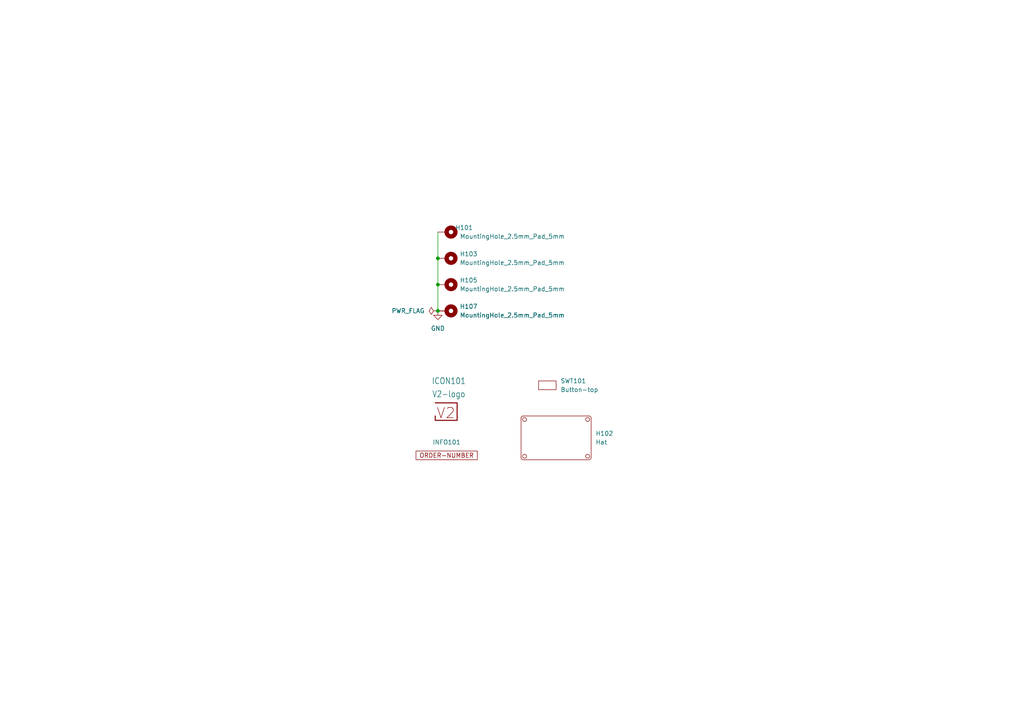
<source format=kicad_sch>
(kicad_sch (version 20231120) (generator "eeschema") (generator_version "8.0")
  (paper "A4")
  (title_block (title "V2 Raspberry Pi 5") (date "2024-01-02") (rev "1") (company "WebThing") (comment 1 "Cover"))
  (lib_symbols
    (symbol "V2_Artwork:V2-logo" (in_bom no)
      (property "Reference" "ICON" (at -3.302 3.81 0))
      (symbol "V2-logo_1_0"
        (polyline (pts (xy -3.302 2.54) (xy 3.048 2.54) (xy 3.048 -2.54) (xy -3.302 -2.54) (xy -3.302 -1.27)) (stroke (width 0.3)))
        (text "V2" (at -0.2055 -0.4053 0) (effects (font (size 3 3))))
      )
    )
    (symbol "V2_Mechanical:MountingHole_2.5mm_Pad_5mm" (pin_numbers hide) (pin_names (offset 1.016) hide) (in_bom no)
      (property "Reference" "H" (at 0 6.35 0))
      (property "Value" "MountingHole_2.5mm_Pad_5mm" (at 0 4.445 0))
      (symbol "MountingHole_2.5mm_Pad_5mm_0_1"
        (circle (center 0 1.27) (radius 1.27) (stroke (width 1.27)))
      )
      (symbol "MountingHole_2.5mm_Pad_5mm_1_1"
        (pin input line (at 0 -2.54 90) (length 2.54) (name "1") (number "1"))
      )
    )
    (symbol "V2_PCB_Devices:Button-top" (in_bom no)
      (property "Reference" "SWT1" (at 3.81 1.2701 0))
      (property "Value" "Button-top" (at 3.81 -1.2699 0))
      (symbol "Button-top_0_1"
        (rectangle (start -2.54 1.27) (end 2.54 -1.27))
      )
    )
    (symbol "V2_Production:Order_Number" (in_bom no)
      (property "Reference" "INFO" (at 0 2.54 0))
      (symbol "Order_Number_0_0"
        (text "ORDER-NUMBER" (at 0 0 0) (effects (font (size 1.27 1.27))))
      )
      (symbol "Order_Number_0_1"
        (rectangle (start -8.89 1.27) (end 8.89 -1.27))
      )
    )
    (symbol "V2_RaspberryPi:Hat" (in_bom no)
      (property "Reference" "H" (at -0.635 -3.81 0))
      (property "Value" "Hat" (at -1.905 -6.35 0))
      (symbol "Hat_0_1"
        (arc (start -10.16 -1.905) (mid -9.9726 -2.3526) (end -9.525 -2.54))
        (arc (start -9.525 10.16) (mid -9.9726 9.9726) (end -10.16 9.525))
        (circle (center -9.144 -1.524) (radius 0.568))
        (circle (center -9.144 9.144) (radius 0.568))
        (polyline (pts (xy -10.16 9.525) (xy -10.16 -1.905)))
        (polyline (pts (xy -9.525 -2.54) (xy 9.525 -2.54)))
        (polyline (pts (xy -9.525 10.16) (xy 9.525 10.16)))
        (polyline (pts (xy 10.16 9.525) (xy 10.16 -1.905)))
        (circle (center 9.144 -1.524) (radius 0.568))
        (circle (center 9.144 9.144) (radius 0.568))
        (arc (start 9.525 -2.54) (mid 9.9689 -2.3489) (end 10.16 -1.905))
        (arc (start 10.16 9.525) (mid 9.9731 9.9731) (end 9.525 10.16))
      )
    )
    (symbol "power:GND" (power) (pin_numbers hide) (pin_names (offset 0) hide)
      (property "Value" "GND" (at 0 -3.81 0))
      (symbol "GND_0_1"
        (polyline (pts (xy 0 0) (xy 0 -1.27) (xy 1.27 -1.27) (xy 0 -2.54) (xy -1.27 -1.27) (xy 0 -1.27)))
      )
      (symbol "GND_1_1"
        (pin power_in line (at 0 0 270) (length 0) (name "~") (number "1"))
      )
    )
    (symbol "power:PWR_FLAG" (power) (pin_numbers hide) (pin_names (offset 0) hide)
      (property "Value" "PWR_FLAG" (at 0 3.81 0))
      (symbol "PWR_FLAG_0_0"
        (pin power_out line (at 0 0 90) (length 0) (name "~") (number "1"))
      )
      (symbol "PWR_FLAG_0_1"
        (polyline (pts (xy 0 0) (xy 0 1.27) (xy -1.016 1.905) (xy 0 2.54) (xy 1.016 1.905) (xy 0 1.27)))
      )
    )
  )
  (junction (at 127 74.93))
  (junction (at 127 90.17))
  (junction (at 127 82.55))
  (wire (pts (xy 127 74.93) (xy 127 82.55)))
  (wire (pts (xy 127 67.31) (xy 127 74.93)))
  (wire (pts (xy 127 82.55) (xy 127 90.17)))
  (symbol (lib_id "V2_Mechanical:MountingHole_2.5mm_Pad_5mm") (at 129.54 74.93 270) (unit 1) (in_bom no)
    (property "Reference" "H103" (at 133.35 73.66 90) (effects (justify left)))
    (property "Value" "MountingHole_2.5mm_Pad_5mm" (at 133.35 76.2 90) (effects (justify left)))
    (property "Footprint" "V2_Mechanical:MountingHole_2.5mm_Pad_5mm" (effects (hide yes)))
    (property "Sim.Enable" "0" (effects (hide yes)))
  )
  (symbol (lib_id "power:PWR_FLAG") (at 127 90.17 90) (unit 1)
    (property "Reference" "#FLG0101" (effects (hide yes)))
    (property "Value" "PWR_FLAG" (at 123.19 90.17 90) (effects (justify left)))
  )
  (symbol (lib_id "V2_RaspberryPi:Hat") (at 161.29 130.81 0) (unit 1) (in_bom no)
    (property "Reference" "H102" (at 172.72 125.73 0) (effects (justify left)))
    (property "Value" "Hat" (at 172.72 128.27 0) (effects (justify left)))
    (property "Footprint" "V2_RaspberryPi:Hat" (effects (hide yes)))
    (property "Sim.Enable" "0" (effects (hide yes)))
  )
  (symbol (lib_id "V2_Production:Order_Number") (at 129.54 132.08 0) (unit 1) (in_bom no)
    (property "Reference" "INFO101" (at 129.54 128.27 0))
    (property "Value" "ORDER-NUMBER" (effects (hide yes)))
    (property "Footprint" "V2_Production:Order_Number" (effects (hide yes)))
    (property "Sim.Enable" "0" (effects (hide yes)))
  )
  (symbol (lib_id "V2_PCB_Devices:Button-top") (at 158.75 111.76 0) (unit 1) (in_bom no)
    (property "Reference" "SWT101" (at 162.56 110.49 0) (effects (justify left)))
    (property "Value" "Button-top" (at 162.56 113.03 0) (effects (justify left)))
    (property "Footprint" "V2_PCB_Devices:PCB_Button-top" (effects (hide yes)))
    (property "Sim.Enable" "0" (effects (hide yes)))
  )
  (symbol (lib_id "V2_Mechanical:MountingHole_2.5mm_Pad_5mm") (at 129.54 90.17 270) (unit 1) (in_bom no)
    (property "Reference" "H107" (at 133.35 88.9 90) (effects (justify left)))
    (property "Value" "MountingHole_2.5mm_Pad_5mm" (at 133.35 91.44 90) (effects (justify left)))
    (property "Footprint" "V2_Mechanical:MountingHole_2.5mm_Pad_5mm" (effects (hide yes)))
    (property "Sim.Enable" "0" (effects (hide yes)))
  )
  (symbol (lib_id "V2_Mechanical:MountingHole_2.5mm_Pad_5mm") (at 129.54 67.31 270) (unit 1) (in_bom no)
    (property "Reference" "H101" (at 134.62 66.04 90))
    (property "Value" "MountingHole_2.5mm_Pad_5mm" (at 148.59 68.58 90))
    (property "Footprint" "V2_Mechanical:MountingHole_2.5mm_Pad_5mm" (effects (hide yes)))
    (property "Sim.Enable" "0" (effects (hide yes)))
  )
  (symbol (lib_id "power:GND") (at 127 90.17 0) (unit 1)
    (property "Reference" "#PWR0102" (effects (hide yes)))
    (property "Value" "GND" (at 127 95.25 0))
  )
  (symbol (lib_id "V2_Artwork:V2-logo") (at 129.54 119.38 0) (unit 1) (in_bom no)
    (property "Reference" "ICON101" (at 130.175 110.49 0) (effects (font (size 1.778 1.5113))))
    (property "Value" "V2-logo" (at 130.175 114.3 0) (effects (font (size 1.778 1.5113))))
    (property "Footprint" "V2_Artwork:Logo_Small" (effects (hide yes)))
    (property "Sim.Enable" "0" (effects (hide yes)))
  )
  (symbol (lib_id "V2_Mechanical:MountingHole_2.5mm_Pad_5mm") (at 129.54 82.55 270) (unit 1) (in_bom no)
    (property "Reference" "H105" (at 133.35 81.28 90) (effects (justify left)))
    (property "Value" "MountingHole_2.5mm_Pad_5mm" (at 133.35 83.82 90) (effects (justify left)))
    (property "Footprint" "V2_Mechanical:MountingHole_2.5mm_Pad_5mm" (effects (hide yes)))
    (property "Sim.Enable" "0" (effects (hide yes)))
  )
)
</source>
